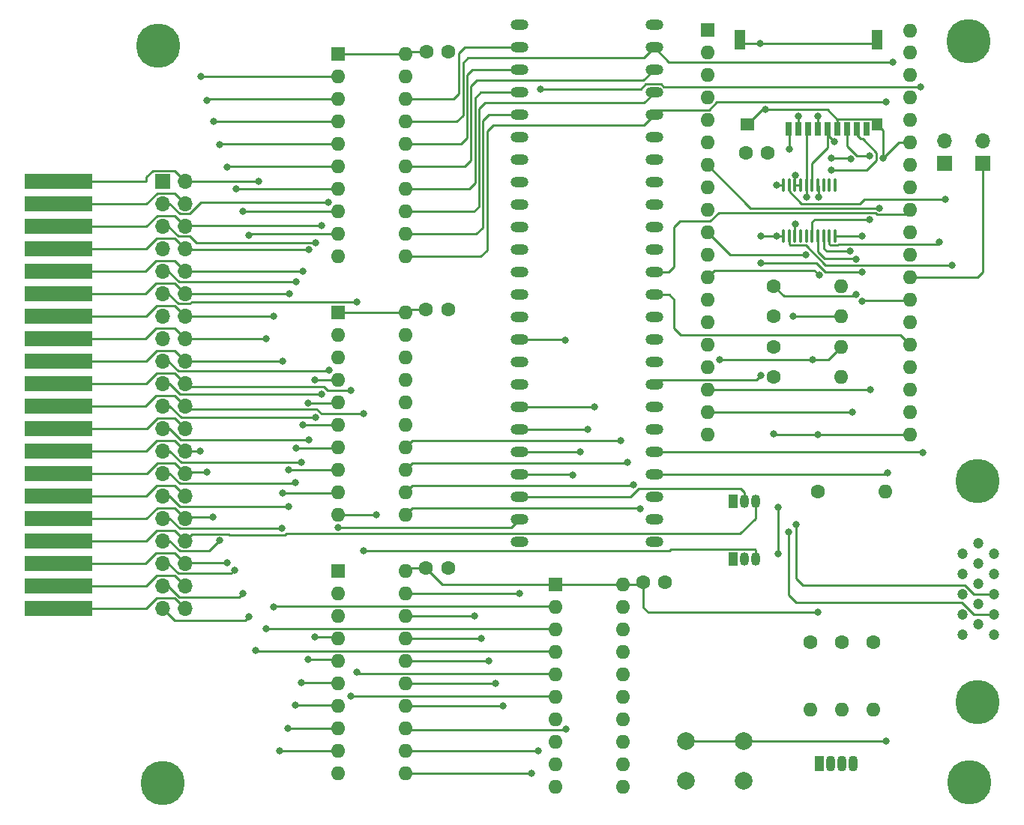
<source format=gbr>
%TF.GenerationSoftware,KiCad,Pcbnew,(6.0.0-0)*%
%TF.CreationDate,2022-01-11T18:58:15-08:00*%
%TF.ProjectId,TRS-IO-M1,5452532d-494f-42d4-9d31-2e6b69636164,rev?*%
%TF.SameCoordinates,Original*%
%TF.FileFunction,Copper,L1,Top*%
%TF.FilePolarity,Positive*%
%FSLAX46Y46*%
G04 Gerber Fmt 4.6, Leading zero omitted, Abs format (unit mm)*
G04 Created by KiCad (PCBNEW (6.0.0-0)) date 2022-01-11 18:58:15*
%MOMM*%
%LPD*%
G01*
G04 APERTURE LIST*
G04 Aperture macros list*
%AMRoundRect*
0 Rectangle with rounded corners*
0 $1 Rounding radius*
0 $2 $3 $4 $5 $6 $7 $8 $9 X,Y pos of 4 corners*
0 Add a 4 corners polygon primitive as box body*
4,1,4,$2,$3,$4,$5,$6,$7,$8,$9,$2,$3,0*
0 Add four circle primitives for the rounded corners*
1,1,$1+$1,$2,$3*
1,1,$1+$1,$4,$5*
1,1,$1+$1,$6,$7*
1,1,$1+$1,$8,$9*
0 Add four rect primitives between the rounded corners*
20,1,$1+$1,$2,$3,$4,$5,0*
20,1,$1+$1,$4,$5,$6,$7,0*
20,1,$1+$1,$6,$7,$8,$9,0*
20,1,$1+$1,$8,$9,$2,$3,0*%
G04 Aperture macros list end*
%TA.AperFunction,ComponentPad*%
%ADD10R,1.700000X1.700000*%
%TD*%
%TA.AperFunction,ComponentPad*%
%ADD11O,1.700000X1.700000*%
%TD*%
%TA.AperFunction,ConnectorPad*%
%ADD12R,7.620000X1.778000*%
%TD*%
%TA.AperFunction,ComponentPad*%
%ADD13R,1.600000X1.600000*%
%TD*%
%TA.AperFunction,ComponentPad*%
%ADD14O,1.600000X1.600000*%
%TD*%
%TA.AperFunction,ComponentPad*%
%ADD15C,1.600000*%
%TD*%
%TA.AperFunction,ComponentPad*%
%ADD16O,2.000000X1.200000*%
%TD*%
%TA.AperFunction,ComponentPad*%
%ADD17R,1.050000X1.500000*%
%TD*%
%TA.AperFunction,ComponentPad*%
%ADD18O,1.050000X1.500000*%
%TD*%
%TA.AperFunction,SMDPad,CuDef*%
%ADD19R,0.700000X1.600000*%
%TD*%
%TA.AperFunction,SMDPad,CuDef*%
%ADD20R,1.600000X1.400000*%
%TD*%
%TA.AperFunction,SMDPad,CuDef*%
%ADD21R,1.200000X2.200000*%
%TD*%
%TA.AperFunction,SMDPad,CuDef*%
%ADD22R,1.200000X1.400000*%
%TD*%
%TA.AperFunction,ComponentPad*%
%ADD23R,1.070000X1.800000*%
%TD*%
%TA.AperFunction,ComponentPad*%
%ADD24O,1.070000X1.800000*%
%TD*%
%TA.AperFunction,ComponentPad*%
%ADD25C,2.000000*%
%TD*%
%TA.AperFunction,ComponentPad*%
%ADD26C,0.800000*%
%TD*%
%TA.AperFunction,ComponentPad*%
%ADD27C,5.000000*%
%TD*%
%TA.AperFunction,ComponentPad*%
%ADD28C,5.001260*%
%TD*%
%TA.AperFunction,ComponentPad*%
%ADD29C,1.198880*%
%TD*%
%TA.AperFunction,SMDPad,CuDef*%
%ADD30RoundRect,0.100000X-0.100000X0.637500X-0.100000X-0.637500X0.100000X-0.637500X0.100000X0.637500X0*%
%TD*%
%TA.AperFunction,ViaPad*%
%ADD31C,0.800000*%
%TD*%
%TA.AperFunction,Conductor*%
%ADD32C,0.250000*%
%TD*%
G04 APERTURE END LIST*
D10*
%TO.P,J1,1,Pin_1*%
%TO.N,SYSRES_N*%
X118839000Y-68759200D03*
D11*
%TO.P,J1,2,Pin_2*%
%TO.N,RAS_N*%
X121379000Y-68759200D03*
%TO.P,J1,3,Pin_3*%
%TO.N,A10*%
X118839000Y-71299200D03*
%TO.P,J1,4,Pin_4*%
%TO.N,CAS_N*%
X121379000Y-71299200D03*
%TO.P,J1,5,Pin_5*%
%TO.N,A13*%
X118839000Y-73839200D03*
%TO.P,J1,6,Pin_6*%
%TO.N,A12*%
X121379000Y-73839200D03*
%TO.P,J1,7,Pin_7*%
%TO.N,GND*%
X118839000Y-76379200D03*
%TO.P,J1,8,Pin_8*%
%TO.N,A15*%
X121379000Y-76379200D03*
%TO.P,J1,9,Pin_9*%
%TO.N,A14*%
X118839000Y-78919200D03*
%TO.P,J1,10,Pin_10*%
%TO.N,A11*%
X121379000Y-78919200D03*
%TO.P,J1,11,Pin_11*%
%TO.N,OUT_N*%
X118839000Y-81459200D03*
%TO.P,J1,12,Pin_12*%
%TO.N,A8*%
X121379000Y-81459200D03*
%TO.P,J1,13,Pin_13*%
%TO.N,INTACK_N*%
X118839000Y-83999200D03*
%TO.P,J1,14,Pin_14*%
%TO.N,WR_N*%
X121379000Y-83999200D03*
%TO.P,J1,15,Pin_15*%
%TO.N,MUX*%
X118839000Y-86539200D03*
%TO.P,J1,16,Pin_16*%
%TO.N,RD_N*%
X121379000Y-86539200D03*
%TO.P,J1,17,Pin_17*%
%TO.N,D4*%
X118839000Y-89079200D03*
%TO.P,J1,18,Pin_18*%
%TO.N,A9*%
X121379000Y-89079200D03*
%TO.P,J1,19,Pin_19*%
%TO.N,D7*%
X118839000Y-91619200D03*
%TO.P,J1,20,Pin_20*%
%TO.N,IN_N*%
X121379000Y-91619200D03*
%TO.P,J1,21,Pin_21*%
%TO.N,D1*%
X118839000Y-94159200D03*
%TO.P,J1,22,Pin_22*%
%TO.N,INT_N*%
X121379000Y-94159200D03*
%TO.P,J1,23,Pin_23*%
%TO.N,D6*%
X118839000Y-96699200D03*
%TO.P,J1,24,Pin_24*%
%TO.N,TEST_N*%
X121379000Y-96699200D03*
%TO.P,J1,25,Pin_25*%
%TO.N,D3*%
X118839000Y-99239200D03*
%TO.P,J1,26,Pin_26*%
%TO.N,A0*%
X121379000Y-99239200D03*
%TO.P,J1,27,Pin_27*%
%TO.N,D5*%
X118839000Y-101779200D03*
%TO.P,J1,28,Pin_28*%
%TO.N,A1*%
X121379000Y-101779200D03*
%TO.P,J1,29,Pin_29*%
%TO.N,D0*%
X118839000Y-104319200D03*
%TO.P,J1,30,Pin_30*%
%TO.N,GND*%
X121379000Y-104319200D03*
%TO.P,J1,31,Pin_31*%
%TO.N,D2*%
X118839000Y-106859200D03*
%TO.P,J1,32,Pin_32*%
%TO.N,A4*%
X121379000Y-106859200D03*
%TO.P,J1,33,Pin_33*%
%TO.N,A3*%
X118839000Y-109399200D03*
%TO.P,J1,34,Pin_34*%
%TO.N,WAIT_N*%
X121379000Y-109399200D03*
%TO.P,J1,35,Pin_35*%
%TO.N,A7*%
X118839000Y-111939200D03*
%TO.P,J1,36,Pin_36*%
%TO.N,A5*%
X121379000Y-111939200D03*
%TO.P,J1,37,Pin_37*%
%TO.N,A6*%
X118839000Y-114479200D03*
%TO.P,J1,38,Pin_38*%
%TO.N,GND*%
X121379000Y-114479200D03*
%TO.P,J1,39,Pin_39*%
%TO.N,A2*%
X118839000Y-117019200D03*
%TO.P,J1,40,Pin_40*%
%TO.N,5V*%
X121379000Y-117019200D03*
%TD*%
D12*
%TO.P,J2,2,Pin_2*%
%TO.N,RAS_N*%
X107061000Y-68783200D03*
%TO.P,J2,4,Pin_4*%
%TO.N,CAS_N*%
X107061000Y-71323200D03*
%TO.P,J2,6,Pin_6*%
%TO.N,A12*%
X107061000Y-73863200D03*
%TO.P,J2,8,Pin_8*%
%TO.N,A15*%
X107061000Y-76403200D03*
%TO.P,J2,10,Pin_10*%
%TO.N,A11*%
X107061000Y-78943200D03*
%TO.P,J2,12,Pin_12*%
%TO.N,A8*%
X107061000Y-81483200D03*
%TO.P,J2,14,Pin_14*%
%TO.N,WR_N*%
X107061000Y-84023200D03*
%TO.P,J2,16,Pin_16*%
%TO.N,RD_N*%
X107061000Y-86563200D03*
%TO.P,J2,18,Pin_18*%
%TO.N,A9*%
X107061000Y-89103200D03*
%TO.P,J2,20,Pin_20*%
%TO.N,IN_N*%
X107061000Y-91643200D03*
%TO.P,J2,22,Pin_22*%
%TO.N,INT_N*%
X107061000Y-94183200D03*
%TO.P,J2,24,Pin_24*%
%TO.N,TEST_N*%
X107061000Y-96723200D03*
%TO.P,J2,26,Pin_26*%
%TO.N,A0*%
X107061000Y-99263200D03*
%TO.P,J2,28,Pin_28*%
%TO.N,A1*%
X107061000Y-101803200D03*
%TO.P,J2,30,Pin_30*%
%TO.N,GND*%
X107061000Y-104343200D03*
%TO.P,J2,32,Pin_32*%
%TO.N,A4*%
X107061000Y-106883200D03*
%TO.P,J2,34,Pin_34*%
%TO.N,WAIT_N*%
X107061000Y-109423200D03*
%TO.P,J2,36,Pin_36*%
%TO.N,A5*%
X107061000Y-111963200D03*
%TO.P,J2,38,Pin_38*%
%TO.N,GND*%
X107061000Y-114503200D03*
%TO.P,J2,40,Pin_40*%
%TO.N,5V*%
X107061000Y-117043200D03*
%TD*%
D13*
%TO.P,U3,1,A->B*%
%TO.N,+3V3*%
X138684000Y-54432200D03*
D14*
%TO.P,U3,2,A0*%
%TO.N,A0*%
X138684000Y-56972200D03*
%TO.P,U3,3,A1*%
%TO.N,A1*%
X138684000Y-59512200D03*
%TO.P,U3,4,A2*%
%TO.N,A4*%
X138684000Y-62052200D03*
%TO.P,U3,5,A3*%
%TO.N,A3*%
X138684000Y-64592200D03*
%TO.P,U3,6,A4*%
%TO.N,A5*%
X138684000Y-67132200D03*
%TO.P,U3,7,A5*%
%TO.N,A7*%
X138684000Y-69672200D03*
%TO.P,U3,8,A6*%
%TO.N,A6*%
X138684000Y-72212200D03*
%TO.P,U3,9,A7*%
%TO.N,A2*%
X138684000Y-74752200D03*
%TO.P,U3,10,GND*%
%TO.N,GND*%
X138684000Y-77292200D03*
%TO.P,U3,11,B7*%
%TO.N,AA2*%
X146304000Y-77292200D03*
%TO.P,U3,12,B6*%
%TO.N,AA6*%
X146304000Y-74752200D03*
%TO.P,U3,13,B5*%
%TO.N,AA7*%
X146304000Y-72212200D03*
%TO.P,U3,14,B4*%
%TO.N,AA5*%
X146304000Y-69672200D03*
%TO.P,U3,15,B3*%
%TO.N,AA3*%
X146304000Y-67132200D03*
%TO.P,U3,16,B2*%
%TO.N,AA4*%
X146304000Y-64592200D03*
%TO.P,U3,17,B1*%
%TO.N,AA1*%
X146304000Y-62052200D03*
%TO.P,U3,18,B0*%
%TO.N,AA0*%
X146304000Y-59512200D03*
%TO.P,U3,19,CE*%
%TO.N,GND*%
X146304000Y-56972200D03*
%TO.P,U3,20,VCC*%
%TO.N,+3V3*%
X146304000Y-54432200D03*
%TD*%
D13*
%TO.P,U6,1,A->B*%
%TO.N,+3V3*%
X163220400Y-114376200D03*
D14*
%TO.P,U6,2,A0*%
%TO.N,WR_N*%
X163220400Y-116916200D03*
%TO.P,U6,3,A1*%
%TO.N,RD_N*%
X163220400Y-119456200D03*
%TO.P,U6,4,A2*%
%TO.N,RAS_N*%
X163220400Y-121996200D03*
%TO.P,U6,5,A3*%
%TO.N,OUT_N*%
X163220400Y-124536200D03*
%TO.P,U6,6,A4*%
%TO.N,IN_N*%
X163220400Y-127076200D03*
%TO.P,U6,7,A5*%
%TO.N,unconnected-(U6-Pad7)*%
X163220400Y-129616200D03*
%TO.P,U6,8,A6*%
%TO.N,unconnected-(U6-Pad8)*%
X163220400Y-132156200D03*
%TO.P,U6,9,A7*%
%TO.N,unconnected-(U6-Pad9)*%
X163220400Y-134696200D03*
%TO.P,U6,10,GND*%
%TO.N,GND*%
X163220400Y-137236200D03*
%TO.P,U6,11,B7*%
%TO.N,unconnected-(U6-Pad11)*%
X170840400Y-137236200D03*
%TO.P,U6,12,B6*%
%TO.N,unconnected-(U6-Pad12)*%
X170840400Y-134696200D03*
%TO.P,U6,13,B5*%
%TO.N,unconnected-(U6-Pad13)*%
X170840400Y-132156200D03*
%TO.P,U6,14,B4*%
%TO.N,Z80_IN_N*%
X170840400Y-129616200D03*
%TO.P,U6,15,B3*%
%TO.N,Z80_OUT_N*%
X170840400Y-127076200D03*
%TO.P,U6,16,B2*%
%TO.N,Z80_RAS_N*%
X170840400Y-124536200D03*
%TO.P,U6,17,B1*%
%TO.N,Z80_RD_N*%
X170840400Y-121996200D03*
%TO.P,U6,18,B0*%
%TO.N,Z80_WR_N*%
X170840400Y-119456200D03*
%TO.P,U6,19,CE*%
%TO.N,GND*%
X170840400Y-116916200D03*
%TO.P,U6,20,VCC*%
%TO.N,+3V3*%
X170840400Y-114376200D03*
%TD*%
D13*
%TO.P,U5,1,A->B*%
%TO.N,READ_N*%
X138684000Y-112801400D03*
D14*
%TO.P,U5,2,A0*%
%TO.N,D4*%
X138684000Y-115341400D03*
%TO.P,U5,3,A1*%
%TO.N,D7*%
X138684000Y-117881400D03*
%TO.P,U5,4,A2*%
%TO.N,D1*%
X138684000Y-120421400D03*
%TO.P,U5,5,A3*%
%TO.N,D6*%
X138684000Y-122961400D03*
%TO.P,U5,6,A4*%
%TO.N,D3*%
X138684000Y-125501400D03*
%TO.P,U5,7,A5*%
%TO.N,D5*%
X138684000Y-128041400D03*
%TO.P,U5,8,A6*%
%TO.N,D0*%
X138684000Y-130581400D03*
%TO.P,U5,9,A7*%
%TO.N,D2*%
X138684000Y-133121400D03*
%TO.P,U5,10,GND*%
%TO.N,GND*%
X138684000Y-135661400D03*
%TO.P,U5,11,B7*%
%TO.N,DD2*%
X146304000Y-135661400D03*
%TO.P,U5,12,B6*%
%TO.N,DD0*%
X146304000Y-133121400D03*
%TO.P,U5,13,B5*%
%TO.N,DD5*%
X146304000Y-130581400D03*
%TO.P,U5,14,B4*%
%TO.N,DD3*%
X146304000Y-128041400D03*
%TO.P,U5,15,B3*%
%TO.N,DD6*%
X146304000Y-125501400D03*
%TO.P,U5,16,B2*%
%TO.N,DD1*%
X146304000Y-122961400D03*
%TO.P,U5,17,B1*%
%TO.N,DD7*%
X146304000Y-120421400D03*
%TO.P,U5,18,B0*%
%TO.N,DD4*%
X146304000Y-117881400D03*
%TO.P,U5,19,CE*%
%TO.N,DBUS_SEL_N*%
X146304000Y-115341400D03*
%TO.P,U5,20,VCC*%
%TO.N,+3V3*%
X146304000Y-112801400D03*
%TD*%
D15*
%TO.P,R8,1*%
%TO.N,+3V3*%
X187900000Y-80613000D03*
D14*
%TO.P,R8,2*%
%TO.N,Net-(J3-Pad1)*%
X195520000Y-80613000D03*
%TD*%
D15*
%TO.P,R7,1*%
%TO.N,+3V3*%
X187900000Y-84042000D03*
D14*
%TO.P,R7,2*%
%TO.N,CS_SD_CARD*%
X195520000Y-84042000D03*
%TD*%
D15*
%TO.P,R6,1*%
%TO.N,+3V3*%
X187900000Y-87471000D03*
D14*
%TO.P,R6,2*%
%TO.N,MOSI*%
X195520000Y-87471000D03*
%TD*%
D16*
%TO.P,U2,1,pio1*%
%TO.N,INT*%
X174371000Y-109550200D03*
%TO.P,U2,2,pio2*%
%TO.N,VGA_VSYNC*%
X174371000Y-107010200D03*
%TO.P,U2,3,pio3*%
%TO.N,VGA_HSYNC*%
X174371000Y-104470200D03*
%TO.P,U2,4,pio4*%
%TO.N,SCK*%
X174371000Y-101930200D03*
%TO.P,U2,5,pio5*%
%TO.N,CS_FPGA*%
X174371000Y-99390200D03*
%TO.P,U2,6,pio6*%
%TO.N,MISO*%
X174371000Y-96850200D03*
%TO.P,U2,7,pio7*%
%TO.N,MOSI*%
X174371000Y-94310200D03*
%TO.P,U2,8,pio8*%
%TO.N,VGA_RGB*%
X174371000Y-91770200D03*
%TO.P,U2,9,pio9*%
%TO.N,ESP_S2*%
X174371000Y-89230200D03*
%TO.P,U2,10,pio10*%
%TO.N,ESP_S1*%
X174371000Y-86690200D03*
%TO.P,U2,11,pio11*%
%TO.N,ESP_S0*%
X174371000Y-84150200D03*
%TO.P,U2,12,pio12*%
%TO.N,REQ*%
X174371000Y-81610200D03*
%TO.P,U2,13,pio13*%
%TO.N,DONE*%
X174371000Y-79070200D03*
%TO.P,U2,14,pio14*%
%TO.N,AA9*%
X174371000Y-76530200D03*
%TO.P,U2,15,xa15*%
%TO.N,unconnected-(U2-Pad15)*%
X174371000Y-73990200D03*
%TO.P,U2,16,xa16*%
%TO.N,unconnected-(U2-Pad16)*%
X174371000Y-71450200D03*
%TO.P,U2,17,pio17*%
%TO.N,AA8*%
X174371000Y-68910200D03*
%TO.P,U2,18,pio18*%
%TO.N,AA14*%
X174371000Y-66370200D03*
%TO.P,U2,19,pio19*%
%TO.N,AA11*%
X174371000Y-63830200D03*
%TO.P,U2,20,pio20*%
%TO.N,AA2*%
X174371000Y-61290200D03*
%TO.P,U2,21,pio21*%
%TO.N,AA7*%
X174371000Y-58750200D03*
%TO.P,U2,22,pio22*%
%TO.N,AA3*%
X174371000Y-56210200D03*
%TO.P,U2,23,pio23*%
%TO.N,AA1*%
X174371000Y-53670200D03*
%TO.P,U2,24,VU*%
%TO.N,VU*%
X174371000Y-51130200D03*
%TO.P,U2,25,GND*%
%TO.N,GND*%
X159131000Y-51130200D03*
%TO.P,U2,26,pio26*%
%TO.N,AA0*%
X159131000Y-53670200D03*
%TO.P,U2,27,pio27*%
%TO.N,AA4*%
X159131000Y-56210200D03*
%TO.P,U2,28,pio28*%
%TO.N,AA5*%
X159131000Y-58750200D03*
%TO.P,U2,29,pio29*%
%TO.N,AA6*%
X159131000Y-61290200D03*
%TO.P,U2,30,pio30*%
%TO.N,AA10*%
X159131000Y-63830200D03*
%TO.P,U2,31,pio31*%
%TO.N,AA12*%
X159131000Y-66370200D03*
%TO.P,U2,32,pio32*%
%TO.N,AA13*%
X159131000Y-68910200D03*
%TO.P,U2,33,pio33*%
%TO.N,AA15*%
X159131000Y-71450200D03*
%TO.P,U2,34,pio34*%
%TO.N,DD4*%
X159131000Y-73990200D03*
%TO.P,U2,35,pio35*%
%TO.N,DD7*%
X159131000Y-76530200D03*
%TO.P,U2,36,pio36*%
%TO.N,DD1*%
X159131000Y-79070200D03*
%TO.P,U2,37,pio37*%
%TO.N,DD6*%
X159131000Y-81610200D03*
%TO.P,U2,38,pio38*%
%TO.N,DD3*%
X159131000Y-84150200D03*
%TO.P,U2,39,pio39*%
%TO.N,DD5*%
X159131000Y-86690200D03*
%TO.P,U2,40,pio40*%
%TO.N,DD0*%
X159131000Y-89230200D03*
%TO.P,U2,41,pio41*%
%TO.N,DD2*%
X159131000Y-91770200D03*
%TO.P,U2,42,pio42*%
%TO.N,Z80_WR_N*%
X159131000Y-94310200D03*
%TO.P,U2,43,pio43*%
%TO.N,Z80_RD_N*%
X159131000Y-96850200D03*
%TO.P,U2,44,pio44*%
%TO.N,Z80_OUT_N*%
X159131000Y-99390200D03*
%TO.P,U2,45,pio45*%
%TO.N,Z80_IN_N*%
X159131000Y-101930200D03*
%TO.P,U2,46,pio46*%
%TO.N,WAIT*%
X159131000Y-104470200D03*
%TO.P,U2,47,pio47*%
%TO.N,READ_N*%
X159131000Y-107010200D03*
%TO.P,U2,48,pio48*%
%TO.N,DBUS_SEL_N*%
X159131000Y-109550200D03*
%TD*%
D17*
%TO.P,Q2,1,S*%
%TO.N,GND*%
X183286400Y-111429800D03*
D18*
%TO.P,Q2,2,G*%
%TO.N,INT*%
X184556400Y-111429800D03*
%TO.P,Q2,3,D*%
%TO.N,INT_N*%
X185826400Y-111429800D03*
%TD*%
D17*
%TO.P,Q1,1,S*%
%TO.N,GND*%
X183286400Y-104927400D03*
D18*
%TO.P,Q1,2,G*%
%TO.N,WAIT*%
X184556400Y-104927400D03*
%TO.P,Q1,3,D*%
%TO.N,WAIT_N*%
X185826400Y-104927400D03*
%TD*%
D15*
%TO.P,C2,1*%
%TO.N,+3V3*%
X148615400Y-83312000D03*
%TO.P,C2,2*%
%TO.N,GND*%
X151115400Y-83312000D03*
%TD*%
%TO.P,C1,1*%
%TO.N,+3V3*%
X148666200Y-54127400D03*
%TO.P,C1,2*%
%TO.N,GND*%
X151166200Y-54127400D03*
%TD*%
D10*
%TO.P,J5,1,Pin_1*%
%TO.N,FULL_ADDR*%
X211500000Y-66750000D03*
D11*
%TO.P,J5,2,Pin_2*%
%TO.N,GND*%
X211500000Y-64210000D03*
%TD*%
D10*
%TO.P,J4,1,Pin_1*%
%TO.N,+5V*%
X207206400Y-66750000D03*
D11*
%TO.P,J4,2,Pin_2*%
%TO.N,VU*%
X207206400Y-64210000D03*
%TD*%
D15*
%TO.P,C5,1*%
%TO.N,+3V3*%
X187200000Y-65550000D03*
%TO.P,C5,2*%
%TO.N,GND*%
X184700000Y-65550000D03*
%TD*%
%TO.P,C4,1*%
%TO.N,+3V3*%
X173126400Y-114071400D03*
%TO.P,C4,2*%
%TO.N,GND*%
X175626400Y-114071400D03*
%TD*%
%TO.P,C3,1*%
%TO.N,+3V3*%
X148615400Y-112522000D03*
%TO.P,C3,2*%
%TO.N,GND*%
X151115400Y-112522000D03*
%TD*%
%TO.P,R5,1*%
%TO.N,+3V3*%
X187900000Y-90900000D03*
D14*
%TO.P,R5,2*%
%TO.N,Net-(J3-Pad8)*%
X195520000Y-90900000D03*
%TD*%
D19*
%TO.P,J3,1,DAT2*%
%TO.N,Net-(J3-Pad1)*%
X189595400Y-62874800D03*
%TO.P,J3,2,CD/DAT3*%
%TO.N,CS_SD_CARD*%
X190695400Y-62874800D03*
%TO.P,J3,3,CMD*%
%TO.N,MOSI*%
X191795400Y-62874800D03*
%TO.P,J3,4,VDD*%
%TO.N,+3V3*%
X192895400Y-62874800D03*
%TO.P,J3,5,CLK*%
%TO.N,SCK*%
X193995400Y-62874800D03*
%TO.P,J3,6,VSS*%
%TO.N,GND*%
X195095400Y-62874800D03*
%TO.P,J3,7,DAT0*%
%TO.N,MISO*%
X196195400Y-62874800D03*
%TO.P,J3,8,DAT1*%
%TO.N,Net-(J3-Pad8)*%
X197295400Y-62874800D03*
%TO.P,J3,9,Cd*%
%TO.N,unconnected-(J3-Pad9)*%
X198395400Y-62874800D03*
D20*
%TO.P,J3,10,GND*%
%TO.N,GND*%
X184945400Y-62374800D03*
D21*
%TO.P,J3,11,GND*%
X184045400Y-52774800D03*
%TO.P,J3,12,GND*%
X199545400Y-52774800D03*
D22*
%TO.P,J3,13,GND*%
X199545400Y-62374800D03*
%TD*%
D23*
%TO.P,D1,1,RA*%
%TO.N,Net-(D1-Pad1)*%
X193065400Y-134543800D03*
D24*
%TO.P,D1,2,K*%
%TO.N,GND*%
X194335400Y-134543800D03*
%TO.P,D1,3,BA*%
%TO.N,Net-(D1-Pad3)*%
X195605400Y-134543800D03*
%TO.P,D1,4,GA*%
%TO.N,Net-(D1-Pad4)*%
X196875400Y-134543800D03*
%TD*%
D13*
%TO.P,U4,1,A->B*%
%TO.N,+3V3*%
X138684000Y-83616800D03*
D14*
%TO.P,U4,2,A0*%
%TO.N,A10*%
X138684000Y-86156800D03*
%TO.P,U4,3,A1*%
%TO.N,A12*%
X138684000Y-88696800D03*
%TO.P,U4,4,A2*%
%TO.N,A13*%
X138684000Y-91236800D03*
%TO.P,U4,5,A3*%
%TO.N,A15*%
X138684000Y-93776800D03*
%TO.P,U4,6,A4*%
%TO.N,A11*%
X138684000Y-96316800D03*
%TO.P,U4,7,A5*%
%TO.N,A14*%
X138684000Y-98856800D03*
%TO.P,U4,8,A6*%
%TO.N,A8*%
X138684000Y-101396800D03*
%TO.P,U4,9,A7*%
%TO.N,A9*%
X138684000Y-103936800D03*
%TO.P,U4,10,GND*%
%TO.N,GND*%
X138684000Y-106476800D03*
%TO.P,U4,11,B7*%
%TO.N,AA9*%
X146304000Y-106476800D03*
%TO.P,U4,12,B6*%
%TO.N,AA8*%
X146304000Y-103936800D03*
%TO.P,U4,13,B5*%
%TO.N,AA14*%
X146304000Y-101396800D03*
%TO.P,U4,14,B4*%
%TO.N,AA11*%
X146304000Y-98856800D03*
%TO.P,U4,15,B3*%
%TO.N,AA15*%
X146304000Y-96316800D03*
%TO.P,U4,16,B2*%
%TO.N,AA13*%
X146304000Y-93776800D03*
%TO.P,U4,17,B1*%
%TO.N,AA12*%
X146304000Y-91236800D03*
%TO.P,U4,18,B0*%
%TO.N,AA10*%
X146304000Y-88696800D03*
%TO.P,U4,19,CE*%
%TO.N,GND*%
X146304000Y-86156800D03*
%TO.P,U4,20,VCC*%
%TO.N,+3V3*%
X146304000Y-83616800D03*
%TD*%
D15*
%TO.P,R3,1*%
%TO.N,LED_BLUE*%
X195605400Y-120827800D03*
D14*
%TO.P,R3,2*%
%TO.N,Net-(D1-Pad3)*%
X195605400Y-128447800D03*
%TD*%
D15*
%TO.P,R2,1*%
%TO.N,LED_GREEN*%
X199161400Y-120827800D03*
D14*
%TO.P,R2,2*%
%TO.N,Net-(D1-Pad4)*%
X199161400Y-128447800D03*
%TD*%
D13*
%TO.P,U1,1,GPIO6*%
%TO.N,unconnected-(U1-Pad1)*%
X180416200Y-51689000D03*
D14*
%TO.P,U1,2,GPIO7*%
%TO.N,unconnected-(U1-Pad2)*%
X180416200Y-54229000D03*
%TO.P,U1,3,GPIO8*%
%TO.N,unconnected-(U1-Pad3)*%
X180416200Y-56769000D03*
%TO.P,U1,4,GPIO15*%
%TO.N,AA3*%
X180416200Y-59309000D03*
%TO.P,U1,5,GPIO2*%
%TO.N,unconnected-(U1-Pad5)*%
X180416200Y-61849000D03*
%TO.P,U1,6,GPIO0*%
%TO.N,unconnected-(U1-Pad6)*%
X180416200Y-64389000D03*
%TO.P,U1,7,GPIO4*%
%TO.N,LED_GREEN*%
X180416200Y-66929000D03*
%TO.P,U1,8,GPIO16*%
%TO.N,ESP_S0*%
X180416200Y-69469000D03*
%TO.P,U1,9,GPIO17*%
%TO.N,ESP_S1*%
X180416200Y-72009000D03*
%TO.P,U1,10,GPIO5*%
%TO.N,LED_RED*%
X180416200Y-74549000D03*
%TO.P,U1,11,GPIO18*%
%TO.N,ESP_S2*%
X180416200Y-77089000D03*
%TO.P,U1,12,GPIO19*%
%TO.N,CS_MCP43x1*%
X180416200Y-79629000D03*
%TO.P,U1,13,GND*%
%TO.N,GND*%
X180416200Y-82169000D03*
%TO.P,U1,14,GPIO21*%
%TO.N,MOSI*%
X180416200Y-84709000D03*
%TO.P,U1,15,GPIO3*%
%TO.N,unconnected-(U1-Pad15)*%
X180416200Y-87249000D03*
%TO.P,U1,16,GPIO1*%
%TO.N,unconnected-(U1-Pad16)*%
X180416200Y-89789000D03*
%TO.P,U1,17,GPIO22*%
%TO.N,MISO*%
X180416200Y-92329000D03*
%TO.P,U1,18,GPIO23*%
%TO.N,CS_SD_CARD*%
X180416200Y-94869000D03*
%TO.P,U1,19,GND*%
%TO.N,GND*%
X180416200Y-97409000D03*
%TO.P,U1,20,3V3*%
%TO.N,+3V3*%
X203276200Y-97409000D03*
%TO.P,U1,21,RESET*%
%TO.N,unconnected-(U1-Pad21)*%
X203276200Y-94869000D03*
%TO.P,U1,22,GPIO36*%
%TO.N,unconnected-(U1-Pad22)*%
X203276200Y-92329000D03*
%TO.P,U1,23,GPIO39*%
%TO.N,BUTTON*%
X203276200Y-89789000D03*
%TO.P,U1,24,GPIO34*%
%TO.N,REQ*%
X203276200Y-87249000D03*
%TO.P,U1,25,GPIO35*%
%TO.N,unconnected-(U1-Pad25)*%
X203276200Y-84709000D03*
%TO.P,U1,26,GPIO32*%
%TO.N,LED_BLUE*%
X203276200Y-82169000D03*
%TO.P,U1,27,GPIO33*%
%TO.N,FULL_ADDR*%
X203276200Y-79629000D03*
%TO.P,U1,28,GPIO25*%
%TO.N,SCK*%
X203276200Y-77089000D03*
%TO.P,U1,29,GPIO26*%
%TO.N,CS_FPGA*%
X203276200Y-74549000D03*
%TO.P,U1,30,GPIO27*%
%TO.N,DONE*%
X203276200Y-72009000D03*
%TO.P,U1,31,GPIO14*%
%TO.N,AA2*%
X203276200Y-69469000D03*
%TO.P,U1,32,GPIO12*%
%TO.N,AA0*%
X203276200Y-66929000D03*
%TO.P,U1,33,GND*%
%TO.N,GND*%
X203276200Y-64389000D03*
%TO.P,U1,34,GPIO13*%
%TO.N,AA1*%
X203276200Y-61849000D03*
%TO.P,U1,35,GPIO9*%
%TO.N,unconnected-(U1-Pad35)*%
X203276200Y-59309000D03*
%TO.P,U1,36,GPIO10*%
%TO.N,unconnected-(U1-Pad36)*%
X203276200Y-56769000D03*
%TO.P,U1,37,GPIO11*%
%TO.N,unconnected-(U1-Pad37)*%
X203276200Y-54229000D03*
%TO.P,U1,38,5V*%
%TO.N,+5V*%
X203276200Y-51752500D03*
%TD*%
D15*
%TO.P,R4,1*%
%TO.N,+3V3*%
X192874900Y-103809800D03*
D14*
%TO.P,R4,2*%
%TO.N,BUTTON*%
X200494900Y-103809800D03*
%TD*%
D25*
%TO.P,SW1,1,1*%
%TO.N,GND*%
X177950000Y-136550000D03*
X184450000Y-136550000D03*
%TO.P,SW1,2,2*%
%TO.N,BUTTON*%
X184450000Y-132050000D03*
X177950000Y-132050000D03*
%TD*%
D15*
%TO.P,R1,1*%
%TO.N,LED_RED*%
X192049400Y-120827800D03*
D14*
%TO.P,R1,2*%
%TO.N,Net-(D1-Pad1)*%
X192049400Y-128447800D03*
%TD*%
D26*
%TO.P,H1,1*%
%TO.N,N/C*%
X118400000Y-51575000D03*
X117074175Y-52124175D03*
D27*
X118400000Y-53450000D03*
D26*
X118400000Y-55325000D03*
X119725825Y-52124175D03*
X117074175Y-54775825D03*
X116525000Y-53450000D03*
X119725825Y-54775825D03*
X120275000Y-53450000D03*
%TD*%
%TO.P,H2,1*%
%TO.N,N/C*%
X207975000Y-53000000D03*
X209850000Y-54875000D03*
X209850000Y-51125000D03*
X211725000Y-53000000D03*
X208524175Y-54325825D03*
X211175825Y-51674175D03*
X208524175Y-51674175D03*
X211175825Y-54325825D03*
D27*
X209850000Y-53000000D03*
%TD*%
%TO.P,H3,1*%
%TO.N,N/C*%
X118900000Y-136800000D03*
D26*
X117574175Y-138125825D03*
X118900000Y-138675000D03*
X120775000Y-136800000D03*
X117025000Y-136800000D03*
X120225825Y-138125825D03*
X117574175Y-135474175D03*
X118900000Y-134925000D03*
X120225825Y-135474175D03*
%TD*%
%TO.P,H4,1*%
%TO.N,N/C*%
X211275825Y-138025825D03*
D27*
X209950000Y-136700000D03*
D26*
X211825000Y-136700000D03*
X208624175Y-135374175D03*
X208624175Y-138025825D03*
X208075000Y-136700000D03*
X211275825Y-135374175D03*
X209950000Y-138575000D03*
X209950000Y-134825000D03*
%TD*%
D28*
%TO.P,J6,*%
%TO.N,*%
X210928580Y-102655740D03*
X210928580Y-127644260D03*
D29*
%TO.P,J6,1*%
%TO.N,POT_VGA_RED*%
X209209600Y-110839620D03*
%TO.P,J6,2*%
%TO.N,POT_VGA_GREEN*%
X209209600Y-113130700D03*
%TO.P,J6,3*%
%TO.N,POT_VGA_BLUE*%
X209209600Y-115416700D03*
%TO.P,J6,4*%
%TO.N,unconnected-(J6-Pad4)*%
X209209600Y-117710320D03*
%TO.P,J6,5*%
%TO.N,GND*%
X209209600Y-119998860D03*
%TO.P,J6,6*%
X210974300Y-109694080D03*
%TO.P,J6,7*%
X210974300Y-111987700D03*
%TO.P,J6,8*%
X210974300Y-114286400D03*
%TO.P,J6,9*%
%TO.N,unconnected-(J6-Pad9)*%
X210974300Y-116585100D03*
%TO.P,J6,10*%
%TO.N,GND*%
X210974300Y-118858400D03*
%TO.P,J6,11*%
%TO.N,unconnected-(J6-Pad11)*%
X212765600Y-110839620D03*
%TO.P,J6,12*%
%TO.N,unconnected-(J6-Pad12)*%
X212765600Y-113130700D03*
%TO.P,J6,13*%
%TO.N,VGA_HSYNC*%
X212765600Y-115419240D03*
%TO.P,J6,14*%
%TO.N,VGA_VSYNC*%
X212765600Y-117710320D03*
%TO.P,J6,15*%
%TO.N,unconnected-(J6-Pad15)*%
X212765600Y-120001400D03*
%TD*%
D30*
%TO.P,U7,1,P3A*%
%TO.N,unconnected-(U7-Pad1)*%
X194825000Y-69237500D03*
%TO.P,U7,2,P3W*%
%TO.N,unconnected-(U7-Pad2)*%
X194175000Y-69237500D03*
%TO.P,U7,3,P3B*%
%TO.N,unconnected-(U7-Pad3)*%
X193525000Y-69237500D03*
%TO.P,U7,4,~{CS}*%
%TO.N,CS_MCP43x1*%
X192875000Y-69237500D03*
%TO.P,U7,5,SCK*%
%TO.N,SCK*%
X192225000Y-69237500D03*
%TO.P,U7,6,SDI*%
%TO.N,MOSI*%
X191575000Y-69237500D03*
%TO.P,U7,7,VSS*%
%TO.N,GND*%
X190925000Y-69237500D03*
%TO.P,U7,8,P1B*%
X190275000Y-69237500D03*
%TO.P,U7,9,P1W*%
%TO.N,POT_VGA_GREEN*%
X189625000Y-69237500D03*
%TO.P,U7,10,P1A*%
%TO.N,VGA_RGB*%
X188975000Y-69237500D03*
%TO.P,U7,11,P0A*%
X188975000Y-74962500D03*
%TO.P,U7,12,P0W*%
%TO.N,POT_VGA_RED*%
X189625000Y-74962500D03*
%TO.P,U7,13,P0B*%
%TO.N,GND*%
X190275000Y-74962500D03*
%TO.P,U7,14,~{WP}*%
%TO.N,unconnected-(U7-Pad14)*%
X190925000Y-74962500D03*
%TO.P,U7,15,~{RESET}*%
%TO.N,unconnected-(U7-Pad15)*%
X191575000Y-74962500D03*
%TO.P,U7,16,SDO*%
%TO.N,MISO*%
X192225000Y-74962500D03*
%TO.P,U7,17,VDD*%
%TO.N,+3V3*%
X192875000Y-74962500D03*
%TO.P,U7,18,P2B*%
%TO.N,GND*%
X193525000Y-74962500D03*
%TO.P,U7,19,P2W*%
%TO.N,POT_VGA_BLUE*%
X194175000Y-74962500D03*
%TO.P,U7,20,P2A*%
%TO.N,VGA_RGB*%
X194825000Y-74962500D03*
%TD*%
D31*
%TO.N,GND*%
X188400000Y-110900000D03*
X186318811Y-53231189D03*
X196587100Y-66262900D03*
X143000000Y-106450000D03*
X188400000Y-105600000D03*
X194400000Y-66200000D03*
X200224500Y-66200000D03*
X186957801Y-60692199D03*
X190300000Y-73650000D03*
X196500000Y-76700000D03*
X190300000Y-68100000D03*
%TO.N,+3V3*%
X197200000Y-81550000D03*
X192900000Y-117500000D03*
X192900000Y-61416699D03*
X187900000Y-97350000D03*
X197150000Y-77575500D03*
X192859000Y-97409000D03*
%TO.N,RAS_N*%
X129692400Y-68808600D03*
X129336800Y-121793000D03*
%TO.N,A10*%
X137566400Y-71196200D03*
%TO.N,A12*%
X136833999Y-73761600D03*
%TO.N,A13*%
X136042400Y-91262200D03*
X136108999Y-75717400D03*
%TO.N,A15*%
X135331200Y-93827600D03*
X135383999Y-76481733D03*
%TO.N,A11*%
X134658999Y-78917800D03*
X134721600Y-96316800D03*
%TO.N,A14*%
X133933999Y-80162400D03*
X133908800Y-98907600D03*
%TO.N,A8*%
X133121400Y-101396800D03*
X133208999Y-81483200D03*
%TO.N,OUT_N*%
X140792200Y-82423000D03*
X140806000Y-124256800D03*
%TO.N,WR_N*%
X131380400Y-116890800D03*
X131394200Y-84048600D03*
%TO.N,RD_N*%
X130581400Y-119303800D03*
X130581400Y-86537800D03*
%TO.N,A9*%
X132410200Y-104013000D03*
X132396400Y-89077800D03*
%TO.N,D4*%
X137642600Y-90170000D03*
%TO.N,IN_N*%
X140081000Y-92379800D03*
X140081000Y-126923800D03*
%TO.N,D7*%
X136833999Y-92811600D03*
%TO.N,INT_N*%
X141531000Y-95072200D03*
X141531000Y-110515400D03*
%TO.N,D1*%
X136042400Y-120269000D03*
X136108999Y-95478600D03*
%TO.N,D6*%
X135331200Y-122834400D03*
X135383999Y-97967800D03*
%TO.N,A0*%
X123164600Y-56972200D03*
X123088400Y-99263200D03*
%TO.N,D3*%
X134543800Y-125425200D03*
X134543800Y-100558600D03*
%TO.N,A1*%
X123875800Y-101650800D03*
X123889600Y-59639200D03*
%TO.N,D5*%
X133832600Y-127990600D03*
X133818800Y-102870000D03*
%TO.N,D0*%
X132994400Y-130581400D03*
X133070600Y-105537000D03*
%TO.N,A4*%
X124510800Y-106705400D03*
X124614600Y-62052200D03*
%TO.N,D2*%
X132345600Y-108026200D03*
X132105400Y-133146800D03*
%TO.N,A3*%
X125339600Y-64617600D03*
X125298200Y-109372400D03*
%TO.N,A5*%
X126187200Y-111861600D03*
X126111000Y-67183000D03*
%TO.N,A7*%
X127000000Y-112699800D03*
X127177800Y-69621400D03*
%TO.N,A6*%
X127889000Y-115366800D03*
X127902800Y-72186800D03*
%TO.N,A2*%
X128600200Y-117983000D03*
X128627800Y-74853800D03*
%TO.N,POT_VGA_BLUE*%
X206575500Y-75650000D03*
%TO.N,POT_VGA_GREEN*%
X207300000Y-70850000D03*
%TO.N,POT_VGA_RED*%
X208050000Y-78300000D03*
%TO.N,SCK*%
X194705294Y-64272958D03*
X200750000Y-101750000D03*
%TO.N,MOSI*%
X181800000Y-88950000D03*
X192250000Y-88950000D03*
X191600000Y-70575500D03*
%TO.N,VGA_HSYNC*%
X190400000Y-107550000D03*
%TO.N,VGA_VSYNC*%
X189550000Y-108400000D03*
%TO.N,READ_N*%
X138650000Y-107900000D03*
%TO.N,MISO*%
X198678800Y-65938400D03*
X198780400Y-92329000D03*
X198678800Y-73074500D03*
%TO.N,DD3*%
X157300000Y-128050000D03*
%TO.N,DD4*%
X154050000Y-117900000D03*
%TO.N,DD5*%
X164450000Y-130650000D03*
X164350000Y-86700000D03*
%TO.N,DD6*%
X156450000Y-125500000D03*
%TO.N,DD7*%
X154850000Y-120450000D03*
%TO.N,DD2*%
X160500000Y-135700000D03*
%TO.N,DD0*%
X161300000Y-133100000D03*
%TO.N,DD1*%
X155700000Y-122950000D03*
%TO.N,AA14*%
X171351000Y-100550000D03*
%TO.N,AA2*%
X200550000Y-59850000D03*
%TO.N,AA1*%
X201300000Y-55350000D03*
%TO.N,AA11*%
X170626500Y-98050000D03*
%TO.N,AA0*%
X204500000Y-58100000D03*
X161550000Y-58350000D03*
%TO.N,AA9*%
X172800000Y-105800000D03*
%TO.N,AA8*%
X172075500Y-103100000D03*
%TO.N,DBUS_SEL_N*%
X159150000Y-115350000D03*
%TO.N,BUTTON*%
X200550000Y-132050000D03*
%TO.N,LED_GREEN*%
X199850000Y-71800000D03*
%TO.N,LED_BLUE*%
X197900000Y-82350000D03*
%TO.N,LED_RED*%
X191490600Y-77063600D03*
%TO.N,Net-(J3-Pad1)*%
X189650000Y-65150000D03*
%TO.N,CS_SD_CARD*%
X190100000Y-84050000D03*
X196800000Y-94850000D03*
X190700000Y-61416699D03*
%TO.N,Net-(J3-Pad8)*%
X194350000Y-67500000D03*
%TO.N,VGA_RGB*%
X197850000Y-74950000D03*
X188200000Y-69250000D03*
X186400000Y-74950000D03*
X186400000Y-78000000D03*
X186400000Y-90700000D03*
X197900000Y-79024500D03*
X188200000Y-74950000D03*
%TO.N,CS_FPGA*%
X204700000Y-99400000D03*
%TO.N,CS_MCP43x1*%
X192950000Y-70575500D03*
X193000000Y-79350000D03*
%TO.N,Z80_WR_N*%
X167600000Y-94300000D03*
%TO.N,Z80_RD_N*%
X166850000Y-96850000D03*
%TO.N,Z80_OUT_N*%
X166000000Y-99350000D03*
%TO.N,Z80_IN_N*%
X165174500Y-102000000D03*
%TD*%
D32*
%TO.N,GND*%
X186318811Y-53231189D02*
X199089011Y-53231189D01*
X186957801Y-60692199D02*
X193962799Y-60692199D01*
X200224500Y-66200000D02*
X200224500Y-63053900D01*
X190275000Y-68125000D02*
X190300000Y-68100000D01*
X184945400Y-62374800D02*
X186628001Y-60692199D01*
X203276200Y-64389000D02*
X202035500Y-64389000D01*
X194400000Y-66200000D02*
X196524200Y-66200000D01*
X188400000Y-105600000D02*
X188400000Y-110900000D01*
X120203999Y-113304199D02*
X121379000Y-114479200D01*
X193850000Y-76700000D02*
X196500000Y-76700000D01*
X199545400Y-62289798D02*
X199005401Y-61749799D01*
X199545400Y-62374800D02*
X199545400Y-62289798D01*
X142973200Y-106476800D02*
X143000000Y-106450000D01*
X195095400Y-61824800D02*
X195095400Y-62874800D01*
X186628001Y-60692199D02*
X186957801Y-60692199D01*
X200224500Y-63053900D02*
X199545400Y-62374800D01*
X196524200Y-66200000D02*
X196587100Y-66262900D01*
X195170401Y-61749799D02*
X195095400Y-61824800D01*
X202035500Y-64389000D02*
X200224500Y-66200000D01*
X190275000Y-69237500D02*
X190925000Y-69237500D01*
X116967000Y-114503200D02*
X118166001Y-113304199D01*
X184501789Y-53231189D02*
X186318811Y-53231189D01*
X193962799Y-60692199D02*
X195095400Y-61824800D01*
X116992400Y-104343200D02*
X118191401Y-103144199D01*
X190275000Y-73675000D02*
X190300000Y-73650000D01*
X107061000Y-104343200D02*
X116992400Y-104343200D01*
X120203999Y-103144199D02*
X121379000Y-104319200D01*
X199089011Y-53231189D02*
X199545400Y-52774800D01*
X193525000Y-76375000D02*
X193850000Y-76700000D01*
X190275000Y-74962500D02*
X190275000Y-73675000D01*
X199005401Y-61749799D02*
X195170401Y-61749799D01*
X107061000Y-114503200D02*
X116967000Y-114503200D01*
X193525000Y-74962500D02*
X193525000Y-76375000D01*
X118191401Y-103144199D02*
X120203999Y-103144199D01*
X190275000Y-69237500D02*
X190275000Y-68125000D01*
X138684000Y-106476800D02*
X142973200Y-106476800D01*
X118166001Y-113304199D02*
X120203999Y-113304199D01*
X184045400Y-52774800D02*
X184501789Y-53231189D01*
%TO.N,+3V3*%
X192900000Y-62870200D02*
X192895400Y-62874800D01*
X170840400Y-114376200D02*
X172821600Y-114376200D01*
X197124500Y-77550000D02*
X193650000Y-77550000D01*
X146608800Y-83312000D02*
X146304000Y-83616800D01*
X192859000Y-97409000D02*
X187959000Y-97409000D01*
X197200000Y-81550000D02*
X197012489Y-81737511D01*
X173700000Y-117500000D02*
X173126400Y-116926400D01*
X148666200Y-54127400D02*
X146608800Y-54127400D01*
X197150000Y-77575500D02*
X197124500Y-77550000D01*
X197012489Y-81737511D02*
X189024511Y-81737511D01*
X170840400Y-114376200D02*
X163220400Y-114376200D01*
X203276200Y-97409000D02*
X192859000Y-97409000D01*
X187959000Y-97409000D02*
X187900000Y-97350000D01*
X146608800Y-54127400D02*
X146304000Y-54432200D01*
X192900000Y-117500000D02*
X173700000Y-117500000D01*
X146304000Y-54432200D02*
X138684000Y-54432200D01*
X173126400Y-116926400D02*
X173126400Y-114071400D01*
X148615400Y-112522000D02*
X146583400Y-112522000D01*
X189024511Y-81737511D02*
X187900000Y-80613000D01*
X163220400Y-114376200D02*
X150469600Y-114376200D01*
X193650000Y-77550000D02*
X192875000Y-76775000D01*
X192875000Y-76775000D02*
X192875000Y-74962500D01*
X146583400Y-112522000D02*
X146304000Y-112801400D01*
X148615400Y-83312000D02*
X146608800Y-83312000D01*
X192900000Y-61416699D02*
X192900000Y-62870200D01*
X172821600Y-114376200D02*
X173126400Y-114071400D01*
X150469600Y-114376200D02*
X148615400Y-112522000D01*
X146304000Y-83616800D02*
X138684000Y-83616800D01*
%TO.N,RAS_N*%
X129692400Y-68808600D02*
X121428400Y-68808600D01*
X163060599Y-121836399D02*
X129380199Y-121836399D01*
X129380199Y-121836399D02*
X129336800Y-121793000D01*
X120203999Y-67584199D02*
X121379000Y-68759200D01*
X117728999Y-67584199D02*
X120203999Y-67584199D01*
X121428400Y-68808600D02*
X121379000Y-68759200D01*
X117043200Y-68783200D02*
X117043200Y-68269998D01*
X163220400Y-121996200D02*
X163060599Y-121836399D01*
X117043200Y-68269998D02*
X117728999Y-67584199D01*
X107061000Y-68783200D02*
X117043200Y-68783200D01*
%TO.N,CAS_N*%
X107061000Y-71323200D02*
X117043200Y-71323200D01*
X118242201Y-70124199D02*
X120203999Y-70124199D01*
X120203999Y-70124199D02*
X121379000Y-71299200D01*
X117043200Y-71323200D02*
X118242201Y-70124199D01*
%TO.N,A10*%
X121943001Y-72474201D02*
X120814999Y-72474201D01*
X119639998Y-71299200D02*
X118839000Y-71299200D01*
X123221002Y-71196200D02*
X121943001Y-72474201D01*
X120814999Y-72474201D02*
X119639998Y-71299200D01*
X137566400Y-71196200D02*
X123221002Y-71196200D01*
%TO.N,A12*%
X117043200Y-73863200D02*
X118242201Y-72664199D01*
X136833999Y-73761600D02*
X121456600Y-73761600D01*
X121456600Y-73761600D02*
X121379000Y-73839200D01*
X118242201Y-72664199D02*
X120203999Y-72664199D01*
X107061000Y-73863200D02*
X117043200Y-73863200D01*
X120203999Y-72664199D02*
X121379000Y-73839200D01*
%TO.N,A13*%
X138658600Y-91262200D02*
X138684000Y-91236800D01*
X121943001Y-75014201D02*
X120650411Y-75014201D01*
X136108999Y-75717400D02*
X122646200Y-75717400D01*
X136042400Y-91262200D02*
X138658600Y-91262200D01*
X122646200Y-75717400D02*
X121943001Y-75014201D01*
X119475410Y-73839200D02*
X118839000Y-73839200D01*
X120650411Y-75014201D02*
X119475410Y-73839200D01*
%TO.N,A15*%
X116992400Y-76403200D02*
X118191401Y-75204199D01*
X120203999Y-75204199D02*
X121379000Y-76379200D01*
X121481533Y-76481733D02*
X121379000Y-76379200D01*
X107061000Y-76403200D02*
X116992400Y-76403200D01*
X135331200Y-93827600D02*
X138633200Y-93827600D01*
X118191401Y-75204199D02*
X120203999Y-75204199D01*
X138633200Y-93827600D02*
X138684000Y-93776800D01*
X135383999Y-76481733D02*
X121481533Y-76481733D01*
%TO.N,A11*%
X116941600Y-78943200D02*
X118140601Y-77744199D01*
X121380400Y-78917800D02*
X121379000Y-78919200D01*
X107061000Y-78943200D02*
X116941600Y-78943200D01*
X134658999Y-78917800D02*
X121380400Y-78917800D01*
X118140601Y-77744199D02*
X120203999Y-77744199D01*
X134721600Y-96316800D02*
X138684000Y-96316800D01*
X120203999Y-77744199D02*
X121379000Y-78919200D01*
%TO.N,A14*%
X119475410Y-78919200D02*
X118839000Y-78919200D01*
X133933999Y-80162400D02*
X120718610Y-80162400D01*
X133908800Y-98907600D02*
X138633200Y-98907600D01*
X138633200Y-98907600D02*
X138684000Y-98856800D01*
X120718610Y-80162400D02*
X119475410Y-78919200D01*
%TO.N,A8*%
X133121400Y-101396800D02*
X138684000Y-101396800D01*
X107061000Y-81483200D02*
X116941600Y-81483200D01*
X133184999Y-81459200D02*
X133208999Y-81483200D01*
X121379000Y-81459200D02*
X133184999Y-81459200D01*
X118140601Y-80284199D02*
X120203999Y-80284199D01*
X120203999Y-80284199D02*
X121379000Y-81459200D01*
X116941600Y-81483200D02*
X118140601Y-80284199D01*
%TO.N,OUT_N*%
X140925599Y-124376399D02*
X140806000Y-124256800D01*
X163220400Y-124536200D02*
X163060599Y-124376399D01*
X119475410Y-81459200D02*
X118839000Y-81459200D01*
X122154202Y-82423000D02*
X121943001Y-82634201D01*
X121943001Y-82634201D02*
X120650411Y-82634201D01*
X120650411Y-82634201D02*
X119475410Y-81459200D01*
X140792200Y-82423000D02*
X122154202Y-82423000D01*
X163060599Y-124376399D02*
X140925599Y-124376399D01*
%TO.N,WR_N*%
X131514801Y-116756399D02*
X131380400Y-116890800D01*
X118191401Y-82824199D02*
X120203999Y-82824199D01*
X163220400Y-116916200D02*
X163060599Y-116756399D01*
X163060599Y-116756399D02*
X131514801Y-116756399D01*
X121428400Y-84048600D02*
X121379000Y-83999200D01*
X107061000Y-84023200D02*
X116992400Y-84023200D01*
X131394200Y-84048600D02*
X121428400Y-84048600D01*
X120203999Y-82824199D02*
X121379000Y-83999200D01*
X116992400Y-84023200D02*
X118191401Y-82824199D01*
%TO.N,RD_N*%
X130588801Y-119296399D02*
X130581400Y-119303800D01*
X118089801Y-85364199D02*
X120203999Y-85364199D01*
X120203999Y-85364199D02*
X121379000Y-86539200D01*
X130581400Y-86537800D02*
X121380400Y-86537800D01*
X116890800Y-86563200D02*
X118089801Y-85364199D01*
X107061000Y-86563200D02*
X116890800Y-86563200D01*
X163220400Y-119456200D02*
X163060599Y-119296399D01*
X163060599Y-119296399D02*
X130588801Y-119296399D01*
X121380400Y-86537800D02*
X121379000Y-86539200D01*
%TO.N,A9*%
X132395000Y-89079200D02*
X132396400Y-89077800D01*
X107061000Y-89103200D02*
X116992400Y-89103200D01*
X138607800Y-104013000D02*
X138684000Y-103936800D01*
X118191401Y-87904199D02*
X120203999Y-87904199D01*
X120203999Y-87904199D02*
X121379000Y-89079200D01*
X116992400Y-89103200D02*
X118191401Y-87904199D01*
X132410200Y-104013000D02*
X138607800Y-104013000D01*
X121379000Y-89079200D02*
X132395000Y-89079200D01*
%TO.N,D4*%
X119475410Y-89079200D02*
X118839000Y-89079200D01*
X137642600Y-90170000D02*
X137558399Y-90254201D01*
X137558399Y-90254201D02*
X120650411Y-90254201D01*
X120650411Y-90254201D02*
X119475410Y-89079200D01*
%TO.N,IN_N*%
X137475201Y-92379800D02*
X137082602Y-91987201D01*
X120203999Y-90444199D02*
X121379000Y-91619200D01*
X107061000Y-91643200D02*
X116967000Y-91643200D01*
X116967000Y-91643200D02*
X118166001Y-90444199D01*
X140088401Y-126916399D02*
X140081000Y-126923800D01*
X118166001Y-90444199D02*
X120203999Y-90444199D01*
X140081000Y-92379800D02*
X137475201Y-92379800D01*
X121747001Y-91987201D02*
X121379000Y-91619200D01*
X137082602Y-91987201D02*
X121747001Y-91987201D01*
X163060599Y-126916399D02*
X140088401Y-126916399D01*
X163220400Y-127076200D02*
X163060599Y-126916399D01*
%TO.N,D7*%
X119639998Y-91619200D02*
X118839000Y-91619200D01*
X136833999Y-92811600D02*
X120832398Y-92811600D01*
X120832398Y-92811600D02*
X119639998Y-91619200D01*
%TO.N,INT_N*%
X141531000Y-95072200D02*
X136775601Y-95072200D01*
X118115201Y-92984199D02*
X120203999Y-92984199D01*
X136775601Y-95072200D02*
X136256002Y-94552601D01*
X176278008Y-110354790D02*
X176117398Y-110515400D01*
X136256002Y-94552601D02*
X121772401Y-94552601D01*
X185826400Y-111429800D02*
X185826400Y-110429800D01*
X120203999Y-92984199D02*
X121379000Y-94159200D01*
X121772401Y-94552601D02*
X121379000Y-94159200D01*
X176117398Y-110515400D02*
X141531000Y-110515400D01*
X116916200Y-94183200D02*
X118115201Y-92984199D01*
X185751390Y-110354790D02*
X176278008Y-110354790D01*
X185826400Y-110429800D02*
X185751390Y-110354790D01*
X107061000Y-94183200D02*
X116916200Y-94183200D01*
%TO.N,D1*%
X120959398Y-95478600D02*
X136108999Y-95478600D01*
X119639998Y-94159200D02*
X120959398Y-95478600D01*
X138531600Y-120269000D02*
X138684000Y-120421400D01*
X136042400Y-120269000D02*
X138531600Y-120269000D01*
X118839000Y-94159200D02*
X119639998Y-94159200D01*
%TO.N,TEST_N*%
X120203999Y-95524199D02*
X121379000Y-96699200D01*
X118267601Y-95524199D02*
X120203999Y-95524199D01*
X117068600Y-96723200D02*
X118267601Y-95524199D01*
X107061000Y-96723200D02*
X117068600Y-96723200D01*
%TO.N,D6*%
X119639998Y-96699200D02*
X120908598Y-97967800D01*
X135331200Y-122834400D02*
X138557000Y-122834400D01*
X120908598Y-97967800D02*
X135383999Y-97967800D01*
X118839000Y-96699200D02*
X119639998Y-96699200D01*
X138557000Y-122834400D02*
X138684000Y-122961400D01*
%TO.N,A0*%
X121403000Y-99263200D02*
X121379000Y-99239200D01*
X118216801Y-98064199D02*
X120203999Y-98064199D01*
X117017800Y-99263200D02*
X118216801Y-98064199D01*
X123088400Y-99263200D02*
X121403000Y-99263200D01*
X120203999Y-98064199D02*
X121379000Y-99239200D01*
X138684000Y-56972200D02*
X123164600Y-56972200D01*
X107061000Y-99263200D02*
X117017800Y-99263200D01*
%TO.N,D3*%
X138607800Y-125425200D02*
X138684000Y-125501400D01*
X134543800Y-125425200D02*
X138607800Y-125425200D01*
X118839000Y-99239200D02*
X119639998Y-99239200D01*
X119639998Y-99239200D02*
X120959398Y-100558600D01*
X120959398Y-100558600D02*
X134543800Y-100558600D01*
%TO.N,A1*%
X118274999Y-100604199D02*
X120203999Y-100604199D01*
X138684000Y-59512200D02*
X124016600Y-59512200D01*
X123875800Y-101650800D02*
X121507400Y-101650800D01*
X124016600Y-59512200D02*
X123889600Y-59639200D01*
X120203999Y-100604199D02*
X121379000Y-101779200D01*
X121507400Y-101650800D02*
X121379000Y-101779200D01*
X107061000Y-101803200D02*
X117075998Y-101803200D01*
X117075998Y-101803200D02*
X118274999Y-100604199D01*
%TO.N,D5*%
X138633200Y-127990600D02*
X138684000Y-128041400D01*
X133832600Y-127990600D02*
X138633200Y-127990600D01*
X133734599Y-102954201D02*
X133818800Y-102870000D01*
X119639998Y-101779200D02*
X120814999Y-102954201D01*
X118839000Y-101779200D02*
X119639998Y-101779200D01*
X120814999Y-102954201D02*
X133734599Y-102954201D01*
%TO.N,D0*%
X119639998Y-104319200D02*
X120857798Y-105537000D01*
X132994400Y-130581400D02*
X138684000Y-130581400D01*
X120857798Y-105537000D02*
X133070600Y-105537000D01*
X118839000Y-104319200D02*
X119639998Y-104319200D01*
%TO.N,A4*%
X120203999Y-105684199D02*
X121379000Y-106859200D01*
X138684000Y-62052200D02*
X124614600Y-62052200D01*
X121532800Y-106705400D02*
X121379000Y-106859200D01*
X117043200Y-106883200D02*
X118242201Y-105684199D01*
X118242201Y-105684199D02*
X120203999Y-105684199D01*
X124510800Y-106705400D02*
X121532800Y-106705400D01*
X107061000Y-106883200D02*
X117043200Y-106883200D01*
%TO.N,D2*%
X132105400Y-133146800D02*
X138658600Y-133146800D01*
X119639998Y-106859200D02*
X120814999Y-108034201D01*
X132337599Y-108034201D02*
X132345600Y-108026200D01*
X138658600Y-133146800D02*
X138684000Y-133121400D01*
X120814999Y-108034201D02*
X132337599Y-108034201D01*
X118839000Y-106859200D02*
X119639998Y-106859200D01*
%TO.N,WAIT_N*%
X132693601Y-108751201D02*
X126429601Y-108751201D01*
X184090612Y-108625190D02*
X132819612Y-108625190D01*
X116992400Y-109423200D02*
X118191401Y-108224199D01*
X107061000Y-109423200D02*
X116992400Y-109423200D01*
X185826400Y-104927400D02*
X185826400Y-106889402D01*
X185826400Y-106889402D02*
X184090612Y-108625190D01*
X118191401Y-108224199D02*
X120203999Y-108224199D01*
X120203999Y-108224199D02*
X121379000Y-109399200D01*
X126429601Y-108751201D02*
X126325799Y-108647399D01*
X122130801Y-108647399D02*
X121379000Y-109399200D01*
X132819612Y-108625190D02*
X132693601Y-108751201D01*
X126325799Y-108647399D02*
X122130801Y-108647399D01*
%TO.N,A3*%
X125298200Y-109372400D02*
X124096399Y-110574201D01*
X138684000Y-64592200D02*
X125365000Y-64592200D01*
X119639998Y-109399200D02*
X118839000Y-109399200D01*
X124096399Y-110574201D02*
X120814999Y-110574201D01*
X125365000Y-64592200D02*
X125339600Y-64617600D01*
X120814999Y-110574201D02*
X119639998Y-109399200D01*
%TO.N,A5*%
X116916200Y-111963200D02*
X118115201Y-110764199D01*
X121456600Y-111861600D02*
X121379000Y-111939200D01*
X118115201Y-110764199D02*
X120203999Y-110764199D01*
X138684000Y-67132200D02*
X126161800Y-67132200D01*
X120203999Y-110764199D02*
X121379000Y-111939200D01*
X126187200Y-111861600D02*
X121456600Y-111861600D01*
X107061000Y-111963200D02*
X116916200Y-111963200D01*
X126161800Y-67132200D02*
X126111000Y-67183000D01*
%TO.N,A7*%
X119475410Y-111939200D02*
X118839000Y-111939200D01*
X127228600Y-69672200D02*
X127177800Y-69621400D01*
X120650411Y-113114201D02*
X119475410Y-111939200D01*
X138684000Y-69672200D02*
X127228600Y-69672200D01*
X127000000Y-112699800D02*
X126585599Y-113114201D01*
X126585599Y-113114201D02*
X120650411Y-113114201D01*
%TO.N,A6*%
X127928200Y-72212200D02*
X127902800Y-72186800D01*
X120763009Y-115766799D02*
X119475410Y-114479200D01*
X119475410Y-114479200D02*
X118839000Y-114479200D01*
X138684000Y-72212200D02*
X127928200Y-72212200D01*
X127889000Y-115366800D02*
X127489001Y-115766799D01*
X127489001Y-115766799D02*
X120763009Y-115766799D01*
%TO.N,5V*%
X107061000Y-117043200D02*
X116992400Y-117043200D01*
X118191401Y-115844199D02*
X120203999Y-115844199D01*
X120203999Y-115844199D02*
X121379000Y-117019200D01*
X116992400Y-117043200D02*
X118191401Y-115844199D01*
%TO.N,A2*%
X128200201Y-118382999D02*
X120202799Y-118382999D01*
X128600200Y-117983000D02*
X128200201Y-118382999D01*
X128729400Y-74752200D02*
X128627800Y-74853800D01*
X138684000Y-74752200D02*
X128729400Y-74752200D01*
X120202799Y-118382999D02*
X118839000Y-117019200D01*
%TO.N,WAIT*%
X171729914Y-104470200D02*
X159131000Y-104470200D01*
X184174680Y-103545680D02*
X172654434Y-103545680D01*
X184556400Y-103927400D02*
X184174680Y-103545680D01*
X184556400Y-104927400D02*
X184556400Y-103927400D01*
X172654434Y-103545680D02*
X171729914Y-104470200D01*
%TO.N,POT_VGA_BLUE*%
X195100841Y-76024520D02*
X194274520Y-76024520D01*
X206300989Y-75924511D02*
X195200850Y-75924511D01*
X194150000Y-74987500D02*
X194175000Y-74962500D01*
X194150000Y-75900000D02*
X194150000Y-74987500D01*
X194274520Y-76024520D02*
X194150000Y-75900000D01*
X195200850Y-75924511D02*
X195100841Y-76024520D01*
X206575500Y-75650000D02*
X206300989Y-75924511D01*
%TO.N,POT_VGA_GREEN*%
X207300000Y-70850000D02*
X198100000Y-70850000D01*
X197650000Y-71300000D02*
X190999639Y-71300000D01*
X198100000Y-70850000D02*
X197650000Y-71300000D01*
X189625000Y-69925361D02*
X189625000Y-69237500D01*
X190999639Y-71300000D02*
X189625000Y-69925361D01*
%TO.N,POT_VGA_RED*%
X191476134Y-76024520D02*
X189774520Y-76024520D01*
X193751614Y-78300000D02*
X191476134Y-76024520D01*
X189625000Y-75875000D02*
X189625000Y-74962500D01*
X208050000Y-78300000D02*
X193751614Y-78300000D01*
X189774520Y-76024520D02*
X189625000Y-75875000D01*
%TO.N,SCK*%
X174371000Y-101930200D02*
X200569800Y-101930200D01*
X192225000Y-66775000D02*
X192225000Y-69237500D01*
X193995400Y-62874800D02*
X193995400Y-65004600D01*
X193995400Y-63563064D02*
X193995400Y-62874800D01*
X193995400Y-65004600D02*
X192225000Y-66775000D01*
X200569800Y-101930200D02*
X200750000Y-101750000D01*
X194705294Y-64272958D02*
X193995400Y-63563064D01*
%TO.N,MOSI*%
X194041000Y-88950000D02*
X195520000Y-87471000D01*
X192250000Y-88950000D02*
X194041000Y-88950000D01*
X181800000Y-88950000D02*
X192250000Y-88950000D01*
X191795400Y-62874800D02*
X191575000Y-63095200D01*
X191575000Y-63095200D02*
X191575000Y-69237500D01*
X191600000Y-70575500D02*
X191600000Y-69262500D01*
X191600000Y-69262500D02*
X191575000Y-69237500D01*
%TO.N,VGA_HSYNC*%
X212765600Y-115419240D02*
X210518805Y-115419240D01*
X210518805Y-115419240D02*
X209499565Y-114400000D01*
X209499565Y-114400000D02*
X191150000Y-114400000D01*
X191150000Y-114400000D02*
X190400000Y-113650000D01*
X190400000Y-113650000D02*
X190400000Y-107550000D01*
%TO.N,VGA_VSYNC*%
X210516265Y-117710320D02*
X209155945Y-116350000D01*
X190400000Y-116350000D02*
X189550000Y-115500000D01*
X212765600Y-117710320D02*
X210516265Y-117710320D01*
X189550000Y-115500000D02*
X189550000Y-108400000D01*
X209155945Y-116350000D02*
X190400000Y-116350000D01*
%TO.N,READ_N*%
X158241200Y-107900000D02*
X138650000Y-107900000D01*
X159131000Y-107010200D02*
X158241200Y-107900000D01*
%TO.N,MISO*%
X192225000Y-73375000D02*
X192525500Y-73074500D01*
X198678800Y-65938400D02*
X197287198Y-65938400D01*
X197287198Y-65938400D02*
X196195400Y-64846602D01*
X196195400Y-64846602D02*
X196195400Y-62874800D01*
X192225000Y-74962500D02*
X192225000Y-73375000D01*
X180416200Y-92329000D02*
X198780400Y-92329000D01*
X192525500Y-73074500D02*
X198678800Y-73074500D01*
%TO.N,DD3*%
X157300000Y-128050000D02*
X157291400Y-128041400D01*
X157291400Y-128041400D02*
X146304000Y-128041400D01*
%TO.N,DD4*%
X154031400Y-117881400D02*
X146304000Y-117881400D01*
X154050000Y-117900000D02*
X154031400Y-117881400D01*
%TO.N,DD5*%
X164350000Y-86700000D02*
X164340200Y-86690200D01*
X146304000Y-130581400D02*
X146463311Y-130740711D01*
X164359289Y-130740711D02*
X164450000Y-130650000D01*
X164340200Y-86690200D02*
X159131000Y-86690200D01*
X146463311Y-130740711D02*
X164359289Y-130740711D01*
%TO.N,DD6*%
X156448600Y-125501400D02*
X146304000Y-125501400D01*
X156450000Y-125500000D02*
X156448600Y-125501400D01*
%TO.N,DD7*%
X154850000Y-120450000D02*
X154821400Y-120421400D01*
X154821400Y-120421400D02*
X146304000Y-120421400D01*
%TO.N,DD2*%
X160500000Y-135700000D02*
X160461400Y-135661400D01*
X160461400Y-135661400D02*
X146304000Y-135661400D01*
%TO.N,DD0*%
X161278600Y-133121400D02*
X146304000Y-133121400D01*
X161300000Y-133100000D02*
X161278600Y-133121400D01*
%TO.N,DD1*%
X155700000Y-122950000D02*
X155688600Y-122961400D01*
X155688600Y-122961400D02*
X146304000Y-122961400D01*
%TO.N,AA14*%
X146304000Y-101396800D02*
X147103999Y-100596801D01*
X171304199Y-100596801D02*
X171351000Y-100550000D01*
X147103999Y-100596801D02*
X171304199Y-100596801D01*
%TO.N,AA7*%
X146304000Y-72212200D02*
X154037800Y-72212200D01*
X174371000Y-58779000D02*
X174371000Y-58750200D01*
X155247600Y-59900000D02*
X173250000Y-59900000D01*
X154597600Y-60550000D02*
X155247600Y-59900000D01*
X173250000Y-59900000D02*
X174371000Y-58779000D01*
X154597600Y-71652400D02*
X154597600Y-60550000D01*
X154037800Y-72212200D02*
X154597600Y-71652400D01*
%TO.N,AA6*%
X155659800Y-61290200D02*
X159131000Y-61290200D01*
X146304000Y-74752200D02*
X154297800Y-74752200D01*
X155047120Y-74002880D02*
X155047120Y-61902880D01*
X155047120Y-61902880D02*
X155659800Y-61290200D01*
X154297800Y-74752200D02*
X155047120Y-74002880D01*
%TO.N,AA5*%
X153477800Y-69672200D02*
X154148080Y-69001920D01*
X146304000Y-69672200D02*
X153477800Y-69672200D01*
X154148080Y-69001920D02*
X154148080Y-59401920D01*
X154799800Y-58750200D02*
X159131000Y-58750200D01*
X154148080Y-59401920D02*
X154799800Y-58750200D01*
%TO.N,AA4*%
X146304000Y-64592200D02*
X152557800Y-64592200D01*
X153839800Y-56210200D02*
X159131000Y-56210200D01*
X152557800Y-64592200D02*
X153249040Y-63900960D01*
X153249040Y-56800960D02*
X153839800Y-56210200D01*
X153249040Y-63900960D02*
X153249040Y-56800960D01*
%TO.N,AA3*%
X152967800Y-67132200D02*
X153698560Y-66401440D01*
X146304000Y-67132200D02*
X152967800Y-67132200D01*
X173181200Y-57400000D02*
X174371000Y-56210200D01*
X154350000Y-57400000D02*
X173181200Y-57400000D01*
X153698560Y-66401440D02*
X153698560Y-58051440D01*
X153698560Y-58051440D02*
X154350000Y-57400000D01*
%TO.N,AA2*%
X180591011Y-60724489D02*
X174936711Y-60724489D01*
X181465500Y-59850000D02*
X180591011Y-60724489D01*
X173211200Y-62450000D02*
X174371000Y-61290200D01*
X155496640Y-76603360D02*
X155496640Y-63153360D01*
X146304000Y-77292200D02*
X154807800Y-77292200D01*
X200550000Y-59850000D02*
X181465500Y-59850000D01*
X154807800Y-77292200D02*
X155496640Y-76603360D01*
X156200000Y-62450000D02*
X173211200Y-62450000D01*
X155496640Y-63153360D02*
X156200000Y-62450000D01*
X174936711Y-60724489D02*
X174371000Y-61290200D01*
%TO.N,AA1*%
X146304000Y-62052200D02*
X152097800Y-62052200D01*
X173191200Y-54850000D02*
X174371000Y-53670200D01*
X152799520Y-55400480D02*
X153350000Y-54850000D01*
X176054311Y-55353511D02*
X174371000Y-53670200D01*
X201300000Y-55350000D02*
X201296489Y-55353511D01*
X201296489Y-55353511D02*
X176054311Y-55353511D01*
X152097800Y-62052200D02*
X152799520Y-61350480D01*
X153350000Y-54850000D02*
X173191200Y-54850000D01*
X152799520Y-61350480D02*
X152799520Y-55400480D01*
%TO.N,AA11*%
X146304000Y-98856800D02*
X147103999Y-98056801D01*
X170619699Y-98056801D02*
X170626500Y-98050000D01*
X147103999Y-98056801D02*
X170619699Y-98056801D01*
%TO.N,AA0*%
X173374320Y-57825680D02*
X172850000Y-58350000D01*
X152350000Y-58850000D02*
X152350000Y-54300000D01*
X152350000Y-54300000D02*
X152979800Y-53670200D01*
X152979800Y-53670200D02*
X159131000Y-53670200D01*
X204500000Y-58100000D02*
X175428268Y-58100000D01*
X172850000Y-58350000D02*
X161550000Y-58350000D01*
X151687800Y-59512200D02*
X152350000Y-58850000D01*
X175153948Y-57825680D02*
X173374320Y-57825680D01*
X146304000Y-59512200D02*
X151687800Y-59512200D01*
X175428268Y-58100000D02*
X175153948Y-57825680D01*
%TO.N,AA9*%
X147103999Y-105676801D02*
X172676801Y-105676801D01*
X146304000Y-106476800D02*
X147103999Y-105676801D01*
X172676801Y-105676801D02*
X172800000Y-105800000D01*
%TO.N,AA8*%
X147103999Y-103136801D02*
X172038699Y-103136801D01*
X146304000Y-103936800D02*
X147103999Y-103136801D01*
X172038699Y-103136801D02*
X172075500Y-103100000D01*
%TO.N,DBUS_SEL_N*%
X159141400Y-115341400D02*
X159150000Y-115350000D01*
X146304000Y-115341400D02*
X159141400Y-115341400D01*
%TO.N,BUTTON*%
X184450000Y-132050000D02*
X200550000Y-132050000D01*
X177950000Y-132050000D02*
X184450000Y-132050000D01*
%TO.N,LED_GREEN*%
X199850000Y-71800000D02*
X185287200Y-71800000D01*
X185287200Y-71800000D02*
X180416200Y-66929000D01*
%TO.N,LED_BLUE*%
X198030200Y-82219800D02*
X203225400Y-82219800D01*
X197900000Y-82350000D02*
X198030200Y-82219800D01*
X203225400Y-82219800D02*
X203276200Y-82169000D01*
%TO.N,LED_RED*%
X191490600Y-77063600D02*
X182930800Y-77063600D01*
X182930800Y-77063600D02*
X180416200Y-74549000D01*
%TO.N,Net-(J3-Pad1)*%
X189650000Y-62929400D02*
X189595400Y-62874800D01*
X189650000Y-65150000D02*
X189650000Y-62929400D01*
%TO.N,CS_SD_CARD*%
X196781000Y-94869000D02*
X196800000Y-94850000D01*
X190700000Y-62870200D02*
X190695400Y-62874800D01*
X190700000Y-61416699D02*
X190700000Y-62870200D01*
X195520000Y-84042000D02*
X190108000Y-84042000D01*
X190108000Y-84042000D02*
X190100000Y-84050000D01*
X180416200Y-94869000D02*
X196781000Y-94869000D01*
%TO.N,Net-(J3-Pad8)*%
X199500000Y-65550000D02*
X197949311Y-63999311D01*
X194350000Y-67500000D02*
X198400000Y-67500000D01*
X197949311Y-63999311D02*
X197720889Y-63999311D01*
X197720889Y-63999311D02*
X197295400Y-63573822D01*
X199500000Y-66400000D02*
X199500000Y-65550000D01*
X197295400Y-63573822D02*
X197295400Y-62874800D01*
X198400000Y-67500000D02*
X199500000Y-66400000D01*
%TO.N,FULL_ADDR*%
X211500000Y-79000000D02*
X210871000Y-79629000D01*
X210871000Y-79629000D02*
X203276200Y-79629000D01*
X211500000Y-66750000D02*
X211500000Y-79000000D01*
%TO.N,DONE*%
X199375386Y-72350000D02*
X181665500Y-72350000D01*
X177250000Y-73300000D02*
X176600000Y-73950000D01*
X199549897Y-72524511D02*
X199375386Y-72350000D01*
X176600000Y-73950000D02*
X176600000Y-78450000D01*
X176600000Y-78450000D02*
X175979800Y-79070200D01*
X202760689Y-72524511D02*
X199549897Y-72524511D01*
X180715500Y-73300000D02*
X177250000Y-73300000D01*
X181665500Y-72350000D02*
X180715500Y-73300000D01*
X203276200Y-72009000D02*
X202760689Y-72524511D01*
X175979800Y-79070200D02*
X174371000Y-79070200D01*
%TO.N,VGA_RGB*%
X193699114Y-79024500D02*
X197900000Y-79024500D01*
X194837500Y-74950000D02*
X194825000Y-74962500D01*
X192674614Y-78000000D02*
X193699114Y-79024500D01*
X188962500Y-74950000D02*
X188975000Y-74962500D01*
X188212500Y-69237500D02*
X188200000Y-69250000D01*
X188200000Y-74950000D02*
X188962500Y-74950000D01*
X196587500Y-74962500D02*
X196600000Y-74950000D01*
X188975000Y-69237500D02*
X188212500Y-69237500D01*
X186400000Y-78000000D02*
X192674614Y-78000000D01*
X185895511Y-91204489D02*
X186400000Y-90700000D01*
X174936711Y-91204489D02*
X185895511Y-91204489D01*
X186400000Y-74950000D02*
X188200000Y-74950000D01*
X197850000Y-74950000D02*
X194837500Y-74950000D01*
X174371000Y-91770200D02*
X174936711Y-91204489D01*
%TO.N,CS_FPGA*%
X204690200Y-99390200D02*
X204700000Y-99400000D01*
X174371000Y-99390200D02*
X204690200Y-99390200D01*
%TO.N,REQ*%
X176110200Y-81610200D02*
X176650000Y-82150000D01*
X176650000Y-85400000D02*
X177374489Y-86124489D01*
X177374489Y-86124489D02*
X202151689Y-86124489D01*
X174371000Y-81610200D02*
X176110200Y-81610200D01*
X202151689Y-86124489D02*
X203276200Y-87249000D01*
X176650000Y-82150000D02*
X176650000Y-85400000D01*
%TO.N,CS_MCP43x1*%
X192950000Y-70575500D02*
X192950000Y-69312500D01*
X192950000Y-69312500D02*
X192875000Y-69237500D01*
X193000000Y-79350000D02*
X192479001Y-78829001D01*
X192479001Y-78829001D02*
X181216199Y-78829001D01*
X181216199Y-78829001D02*
X180416200Y-79629000D01*
%TO.N,Z80_WR_N*%
X167589800Y-94310200D02*
X159131000Y-94310200D01*
X167600000Y-94300000D02*
X167589800Y-94310200D01*
%TO.N,Z80_RD_N*%
X166850000Y-96850000D02*
X166849800Y-96850200D01*
X166849800Y-96850200D02*
X159131000Y-96850200D01*
%TO.N,Z80_OUT_N*%
X165959800Y-99390200D02*
X159131000Y-99390200D01*
X166000000Y-99350000D02*
X165959800Y-99390200D01*
%TO.N,Z80_IN_N*%
X165174500Y-102000000D02*
X165104700Y-101930200D01*
X165104700Y-101930200D02*
X159131000Y-101930200D01*
%TD*%
M02*

</source>
